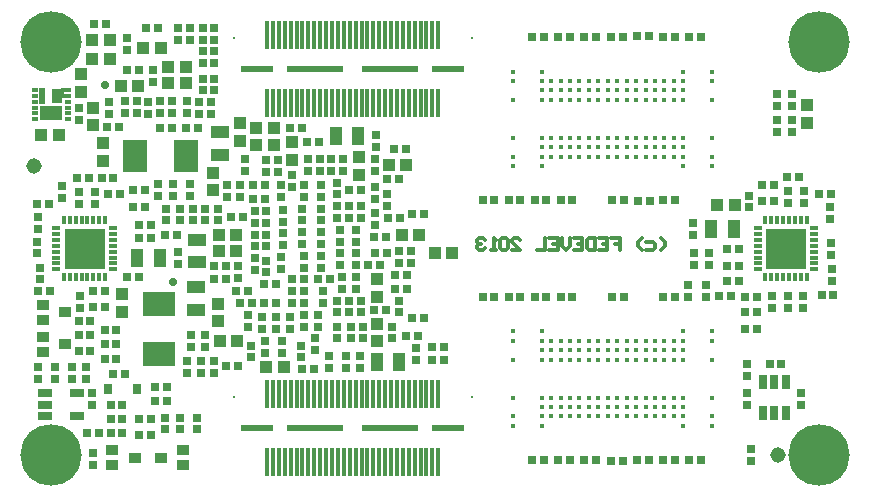
<source format=gbs>
%FSLAX44Y44*%
%MOMM*%
G71*
G01*
G75*
G04 Layer_Color=16711935*
%ADD10C,0.3500*%
%ADD11R,1.6000X3.9000*%
%ADD12R,5.2000X5.2000*%
%ADD13R,0.6000X0.2500*%
%ADD14R,0.2500X0.6000*%
%ADD15R,0.5000X0.6000*%
%ADD16R,0.2500X0.5000*%
%ADD17R,2.4000X0.8400*%
%ADD18R,3.4000X4.0000*%
%ADD19R,0.9000X0.4500*%
%ADD20R,0.6000X0.5000*%
%ADD21R,0.5000X0.5000*%
%ADD22R,0.5000X0.5000*%
%ADD23R,0.8000X0.8000*%
%ADD24R,0.7500X1.4000*%
%ADD25R,0.8000X0.8000*%
%ADD26R,1.8288X3.4290*%
%ADD27R,3.4290X1.8288*%
%ADD28R,0.9000X1.6000*%
%ADD29R,1.6000X0.9000*%
%ADD30R,1.2000X0.5800*%
%ADD31C,1.0160*%
%ADD32C,0.4000*%
%ADD33C,0.6350*%
%ADD34R,0.7000X0.9000*%
%ADD35C,0.0930*%
%ADD36C,0.3000*%
%ADD37C,0.0900*%
%ADD38C,0.2500*%
%ADD39C,0.4000*%
%ADD40C,0.1010*%
%ADD41C,0.2000*%
%ADD42C,0.5000*%
%ADD43C,0.7000*%
%ADD44C,5.0000*%
%ADD45C,0.2700*%
%ADD46C,0.4500*%
%ADD47C,0.1000*%
%ADD48C,3.6830*%
%ADD49C,0.0800*%
%ADD50C,0.6000*%
%ADD51C,0.8000*%
%ADD52C,0.0850*%
%ADD53C,1.2500*%
%ADD54R,1.9000X2.6000*%
%ADD55R,0.2800X2.2700*%
%ADD56R,2.5400X0.4300*%
%ADD57R,4.7000X0.4300*%
%ADD58R,1.3000X0.9000*%
%ADD59R,0.9000X1.3000*%
%ADD60R,0.5588X0.6858*%
%ADD61R,0.9000X0.7000*%
%ADD62R,1.8000X1.1250*%
%ADD63R,0.4800X0.2300*%
%ADD64R,0.4000X1.1900*%
%ADD65R,0.9000X1.1900*%
%ADD66R,3.3000X3.3000*%
%ADD67R,0.6000X0.2300*%
%ADD68R,0.2300X0.6000*%
%ADD69R,2.6000X1.9000*%
%ADD70R,1.0000X0.5500*%
%ADD71R,0.5500X1.0000*%
%ADD72C,0.3500*%
%ADD73C,0.2800*%
%ADD74C,0.2200*%
%ADD75C,0.4500*%
%ADD76C,0.1500*%
%ADD77C,0.2540*%
%ADD78C,0.1270*%
%ADD79R,2.4000X2.4000*%
%ADD80R,5.2508X5.2508*%
%ADD81R,0.6600X0.3100*%
%ADD82R,0.3100X0.6600*%
%ADD83R,0.7032X0.8032*%
%ADD84R,0.3900X0.6400*%
%ADD85R,2.5400X0.9800*%
%ADD86R,3.6032X4.2032*%
%ADD87R,1.1032X0.6532*%
%ADD88R,0.8032X0.7032*%
%ADD89R,0.7032X0.7032*%
%ADD90R,0.7032X0.7032*%
%ADD91R,1.0032X1.0032*%
%ADD92R,0.9532X1.6032*%
%ADD93R,1.0032X1.0032*%
%ADD94R,2.0320X3.6322*%
%ADD95R,3.6322X2.0320*%
%ADD96R,1.1032X1.8032*%
%ADD97R,1.8032X1.1032*%
%ADD98R,1.4032X0.7832*%
%ADD99C,1.3160*%
%ADD100C,0.5000*%
%ADD101C,0.7366*%
%ADD102R,0.9032X1.1032*%
%ADD103C,5.2032*%
%ADD104C,0.2032*%
%ADD105R,2.1032X2.8032*%
%ADD106R,0.3816X2.3716*%
%ADD107R,2.6924X0.5824*%
%ADD108R,4.8524X0.5824*%
%ADD109R,1.5032X1.1032*%
%ADD110R,1.1032X1.5032*%
%ADD111R,0.7112X0.8382*%
%ADD112R,1.1032X0.9032*%
%ADD113R,1.8508X1.1758*%
%ADD114R,0.6324X0.3824*%
%ADD115R,0.5524X1.3424*%
%ADD116R,0.9508X1.2408*%
%ADD117R,3.4016X3.4016*%
%ADD118R,0.7016X0.3316*%
%ADD119R,0.3316X0.7016*%
%ADD120R,2.8032X2.1032*%
%ADD121R,1.2032X0.7532*%
%ADD122R,0.7532X1.2032*%
G36*
X41000Y333000D02*
X36000D01*
Y331000D01*
X41000D01*
Y328000D01*
X33000D01*
Y336000D01*
X41000D01*
Y333000D01*
D02*
G37*
D36*
X541001Y198500D02*
X544500Y201999D01*
Y205498D01*
X541001Y208997D01*
X528755Y205498D02*
X534003D01*
X535753Y203748D01*
Y200249D01*
X534003Y198500D01*
X528755D01*
X525256D02*
X521757Y201999D01*
Y205498D01*
X525256Y208997D01*
X499015D02*
X506012D01*
Y203748D01*
X502514D01*
X506012D01*
Y198500D01*
X488518Y208997D02*
X495516D01*
Y198500D01*
X488518D01*
X495516Y203748D02*
X492017D01*
X485019Y208997D02*
Y198500D01*
X479771D01*
X478022Y200249D01*
Y207247D01*
X479771Y208997D01*
X485019D01*
X467525D02*
X474523D01*
Y198500D01*
X467525D01*
X474523Y203748D02*
X471024D01*
X464026Y208997D02*
Y201999D01*
X460527Y198500D01*
X457028Y201999D01*
Y208997D01*
X446532D02*
X453530D01*
Y198500D01*
X446532D01*
X453530Y203748D02*
X450031D01*
X443033Y208997D02*
Y198500D01*
X436035D01*
X415042D02*
X422040D01*
X415042Y205498D01*
Y207247D01*
X416791Y208997D01*
X420290D01*
X422040Y207247D01*
X411543D02*
X409794Y208997D01*
X406295D01*
X404545Y207247D01*
Y200249D01*
X406295Y198500D01*
X409794D01*
X411543Y200249D01*
Y207247D01*
X401046Y198500D02*
X397548D01*
X399297D01*
Y208997D01*
X401046Y207247D01*
X392299D02*
X390550Y208997D01*
X387051D01*
X385302Y207247D01*
Y205498D01*
X387051Y203748D01*
X388800D01*
X387051D01*
X385302Y201999D01*
Y200249D01*
X387051Y198500D01*
X390550D01*
X392299Y200249D01*
D46*
X560000Y58000D02*
D03*
X552000D02*
D03*
X544000D02*
D03*
X536000D02*
D03*
X528000D02*
D03*
X520000D02*
D03*
X512000D02*
D03*
X504000D02*
D03*
X496000D02*
D03*
X488000D02*
D03*
X480000D02*
D03*
X472000D02*
D03*
X464000D02*
D03*
X456000D02*
D03*
X448000D02*
D03*
X440000D02*
D03*
X560000Y66000D02*
D03*
X552000D02*
D03*
X544000D02*
D03*
X536000D02*
D03*
X528000D02*
D03*
X520000D02*
D03*
X512000D02*
D03*
X504000D02*
D03*
X496000D02*
D03*
X488000D02*
D03*
X480000D02*
D03*
X472000D02*
D03*
X464000D02*
D03*
X456000D02*
D03*
X448000D02*
D03*
X440000D02*
D03*
X560000Y74000D02*
D03*
X552000D02*
D03*
X544000D02*
D03*
X536000D02*
D03*
X528000D02*
D03*
X520000D02*
D03*
X512000D02*
D03*
X504000D02*
D03*
X496000D02*
D03*
X488000D02*
D03*
X480000D02*
D03*
X472000D02*
D03*
X464000D02*
D03*
X456000D02*
D03*
X448000D02*
D03*
X440000D02*
D03*
X560000Y106000D02*
D03*
X552000D02*
D03*
X544000D02*
D03*
X536000D02*
D03*
X528000D02*
D03*
X520000D02*
D03*
X512000D02*
D03*
X504000D02*
D03*
X496000D02*
D03*
X488000D02*
D03*
X480000D02*
D03*
X472000D02*
D03*
X464000D02*
D03*
X456000D02*
D03*
X448000D02*
D03*
X440000D02*
D03*
X560000Y114000D02*
D03*
X552000D02*
D03*
X544000D02*
D03*
X536000D02*
D03*
X528000D02*
D03*
X520000D02*
D03*
X512000D02*
D03*
X504000D02*
D03*
X496000D02*
D03*
X488000D02*
D03*
X480000D02*
D03*
X472000D02*
D03*
X464000D02*
D03*
X456000D02*
D03*
X448000D02*
D03*
X440000D02*
D03*
X560000Y122000D02*
D03*
X552000D02*
D03*
X544000D02*
D03*
X536000D02*
D03*
X528000D02*
D03*
X520000D02*
D03*
X512000D02*
D03*
X504000D02*
D03*
X496000D02*
D03*
X488000D02*
D03*
X480000D02*
D03*
X472000D02*
D03*
X464000D02*
D03*
X456000D02*
D03*
X448000D02*
D03*
X440000D02*
D03*
Y130000D02*
D03*
Y50000D02*
D03*
X560000D02*
D03*
Y130000D02*
D03*
X584000Y74000D02*
D03*
Y106000D02*
D03*
X416000Y74000D02*
D03*
Y106000D02*
D03*
Y130000D02*
D03*
Y122000D02*
D03*
Y50000D02*
D03*
Y58000D02*
D03*
X584000D02*
D03*
Y50000D02*
D03*
Y122000D02*
D03*
Y130000D02*
D03*
X560000Y278000D02*
D03*
X552000D02*
D03*
X544000D02*
D03*
X536000D02*
D03*
X528000D02*
D03*
X520000D02*
D03*
X512000D02*
D03*
X504000D02*
D03*
X496000D02*
D03*
X488000D02*
D03*
X480000D02*
D03*
X472000D02*
D03*
X464000D02*
D03*
X456000D02*
D03*
X448000D02*
D03*
X440000D02*
D03*
X560000Y286000D02*
D03*
X552000D02*
D03*
X544000D02*
D03*
X536000D02*
D03*
X528000D02*
D03*
X520000D02*
D03*
X512000D02*
D03*
X504000D02*
D03*
X496000D02*
D03*
X488000D02*
D03*
X480000D02*
D03*
X472000D02*
D03*
X464000D02*
D03*
X456000D02*
D03*
X448000D02*
D03*
X440000D02*
D03*
X560000Y294000D02*
D03*
X552000D02*
D03*
X544000D02*
D03*
X536000D02*
D03*
X528000D02*
D03*
X520000D02*
D03*
X512000D02*
D03*
X504000D02*
D03*
X496000D02*
D03*
X488000D02*
D03*
X480000D02*
D03*
X472000D02*
D03*
X464000D02*
D03*
X456000D02*
D03*
X448000D02*
D03*
X440000D02*
D03*
X560000Y326000D02*
D03*
X552000D02*
D03*
X544000D02*
D03*
X536000D02*
D03*
X528000D02*
D03*
X520000D02*
D03*
X512000D02*
D03*
X504000D02*
D03*
X496000D02*
D03*
X488000D02*
D03*
X480000D02*
D03*
X472000D02*
D03*
X464000D02*
D03*
X456000D02*
D03*
X448000D02*
D03*
X440000D02*
D03*
X560000Y334000D02*
D03*
X552000D02*
D03*
X544000D02*
D03*
X536000D02*
D03*
X528000D02*
D03*
X520000D02*
D03*
X512000D02*
D03*
X504000D02*
D03*
X496000D02*
D03*
X488000D02*
D03*
X480000D02*
D03*
X472000D02*
D03*
X464000D02*
D03*
X456000D02*
D03*
X448000D02*
D03*
X440000D02*
D03*
X560000Y342000D02*
D03*
X552000D02*
D03*
X544000D02*
D03*
X536000D02*
D03*
X528000D02*
D03*
X520000D02*
D03*
X512000D02*
D03*
X504000D02*
D03*
X496000D02*
D03*
X488000D02*
D03*
X480000D02*
D03*
X472000D02*
D03*
X464000D02*
D03*
X456000D02*
D03*
X448000D02*
D03*
X440000D02*
D03*
Y350000D02*
D03*
Y270000D02*
D03*
X560000D02*
D03*
Y350000D02*
D03*
X584000Y294000D02*
D03*
Y326000D02*
D03*
X416000Y294000D02*
D03*
Y326000D02*
D03*
Y350000D02*
D03*
Y342000D02*
D03*
Y270000D02*
D03*
Y278000D02*
D03*
X584000D02*
D03*
Y270000D02*
D03*
Y342000D02*
D03*
Y350000D02*
D03*
D83*
X241750Y290750D02*
D03*
X251750D02*
D03*
X109000Y42000D02*
D03*
X99000D02*
D03*
X83000Y246000D02*
D03*
X73000D02*
D03*
X77500Y260000D02*
D03*
X67500D02*
D03*
X70000Y119000D02*
D03*
X80000D02*
D03*
X315000Y284000D02*
D03*
X325000D02*
D03*
X499000Y20000D02*
D03*
X509000D02*
D03*
X340000Y141000D02*
D03*
X330000D02*
D03*
X532000Y240000D02*
D03*
X522000D02*
D03*
X183000Y101000D02*
D03*
X173000D02*
D03*
Y185000D02*
D03*
X163000D02*
D03*
X187000Y227000D02*
D03*
X177000D02*
D03*
X80000Y131000D02*
D03*
X70000D02*
D03*
X77000Y94000D02*
D03*
X87000D02*
D03*
X80000Y107000D02*
D03*
X70000D02*
D03*
X633000Y102000D02*
D03*
X643000D02*
D03*
X85000Y68000D02*
D03*
X75000D02*
D03*
X72000Y303000D02*
D03*
X82000D02*
D03*
X85000Y44000D02*
D03*
X75000D02*
D03*
X121000Y212000D02*
D03*
X131000D02*
D03*
X60000Y164000D02*
D03*
X70000D02*
D03*
Y151000D02*
D03*
X60000D02*
D03*
X55000Y44000D02*
D03*
X65000D02*
D03*
X48000Y127000D02*
D03*
X58000D02*
D03*
Y139000D02*
D03*
X48000D02*
D03*
X104000Y250000D02*
D03*
X94000D02*
D03*
X612000Y146000D02*
D03*
X622000D02*
D03*
Y159000D02*
D03*
X612000D02*
D03*
X57000Y260000D02*
D03*
X47000D02*
D03*
X627000Y240000D02*
D03*
X637000D02*
D03*
X627000Y254000D02*
D03*
X637000D02*
D03*
X648000Y261000D02*
D03*
X658000D02*
D03*
X590000Y160000D02*
D03*
X600000D02*
D03*
X612000Y132000D02*
D03*
X622000D02*
D03*
X531000Y380000D02*
D03*
X521000D02*
D03*
X109000Y56000D02*
D03*
X99000D02*
D03*
X123000Y71000D02*
D03*
X113000D02*
D03*
Y83000D02*
D03*
X123000D02*
D03*
X85000Y56000D02*
D03*
X75000D02*
D03*
X58000Y113000D02*
D03*
X48000D02*
D03*
D88*
X155000Y127000D02*
D03*
Y117000D02*
D03*
X134000Y47000D02*
D03*
Y57000D02*
D03*
X652000Y321000D02*
D03*
Y331000D02*
D03*
Y309000D02*
D03*
Y299000D02*
D03*
X206000Y112000D02*
D03*
Y122000D02*
D03*
X166000Y224000D02*
D03*
Y234000D02*
D03*
X248000Y124000D02*
D03*
Y114000D02*
D03*
X274000Y109000D02*
D03*
Y99000D02*
D03*
X236000Y118000D02*
D03*
Y108000D02*
D03*
X334000Y116000D02*
D03*
Y106000D02*
D03*
X189000Y266000D02*
D03*
Y276000D02*
D03*
X54000Y90000D02*
D03*
Y100000D02*
D03*
X121000Y47000D02*
D03*
Y57000D02*
D03*
X614000Y102000D02*
D03*
Y92000D02*
D03*
X617000Y20000D02*
D03*
Y30000D02*
D03*
X220000Y112000D02*
D03*
Y122000D02*
D03*
X14000Y90000D02*
D03*
Y100000D02*
D03*
X28000D02*
D03*
Y90000D02*
D03*
X42000Y90000D02*
D03*
Y100000D02*
D03*
X300000Y286000D02*
D03*
Y296000D02*
D03*
X286000Y109000D02*
D03*
Y99000D02*
D03*
X140000Y105000D02*
D03*
Y95000D02*
D03*
X260000Y109000D02*
D03*
Y99000D02*
D03*
X143000Y117000D02*
D03*
Y127000D02*
D03*
X185000Y254000D02*
D03*
Y244000D02*
D03*
X74000Y324000D02*
D03*
Y314000D02*
D03*
X132000Y187000D02*
D03*
Y197000D02*
D03*
X134000Y234000D02*
D03*
Y224000D02*
D03*
X14000Y217000D02*
D03*
Y227000D02*
D03*
X15000Y184000D02*
D03*
Y174000D02*
D03*
X62000Y248000D02*
D03*
Y238000D02*
D03*
X49000Y150000D02*
D03*
Y160000D02*
D03*
X122000Y224000D02*
D03*
Y234000D02*
D03*
X115000Y245000D02*
D03*
Y255000D02*
D03*
X34000Y253000D02*
D03*
Y243000D02*
D03*
X568000Y212000D02*
D03*
Y222000D02*
D03*
X569000Y186000D02*
D03*
Y196000D02*
D03*
X564000Y169000D02*
D03*
Y159000D02*
D03*
X684000Y225000D02*
D03*
Y235000D02*
D03*
X686000Y183000D02*
D03*
Y173000D02*
D03*
X635000Y160000D02*
D03*
Y150000D02*
D03*
X649000Y239000D02*
D03*
Y249000D02*
D03*
X582000Y186000D02*
D03*
Y196000D02*
D03*
X579000Y159000D02*
D03*
Y169000D02*
D03*
X661000Y160000D02*
D03*
Y150000D02*
D03*
X152000Y105000D02*
D03*
Y95000D02*
D03*
X128000Y245000D02*
D03*
Y255000D02*
D03*
X142000D02*
D03*
Y245000D02*
D03*
X649000Y160000D02*
D03*
Y150000D02*
D03*
X48000Y238000D02*
D03*
Y248000D02*
D03*
X662000Y239000D02*
D03*
Y249000D02*
D03*
X60000Y27000D02*
D03*
Y17000D02*
D03*
X148000Y57000D02*
D03*
Y47000D02*
D03*
D89*
X531000Y21000D02*
D03*
X521000D02*
D03*
X335000Y126000D02*
D03*
X325000D02*
D03*
X237000Y98000D02*
D03*
X247000D02*
D03*
X500000Y159000D02*
D03*
X510000D02*
D03*
X357000Y117000D02*
D03*
X347000D02*
D03*
X510000Y241000D02*
D03*
X500000D02*
D03*
X442000Y21000D02*
D03*
X432000D02*
D03*
X486000D02*
D03*
X476000D02*
D03*
X454000D02*
D03*
X464000D02*
D03*
X543000D02*
D03*
X553000D02*
D03*
X565000Y379000D02*
D03*
X575000D02*
D03*
X454000D02*
D03*
X464000D02*
D03*
X442000D02*
D03*
X432000D02*
D03*
X553000D02*
D03*
X543000D02*
D03*
X486000D02*
D03*
X476000D02*
D03*
X390000Y241000D02*
D03*
X400000D02*
D03*
X565000Y21000D02*
D03*
X575000D02*
D03*
X553000Y159000D02*
D03*
X543000D02*
D03*
X422000D02*
D03*
X412000D02*
D03*
X456000D02*
D03*
X466000D02*
D03*
X444000D02*
D03*
X434000D02*
D03*
X390000D02*
D03*
X400000D02*
D03*
X422000Y241000D02*
D03*
X412000D02*
D03*
X456000D02*
D03*
X466000D02*
D03*
X444000D02*
D03*
X434000D02*
D03*
X553000D02*
D03*
X543000D02*
D03*
X239000Y154000D02*
D03*
X229000D02*
D03*
X197000Y212000D02*
D03*
X207000D02*
D03*
X237000Y302000D02*
D03*
X227000D02*
D03*
X191000Y164000D02*
D03*
X181000D02*
D03*
X185000Y154000D02*
D03*
X195000D02*
D03*
X173000Y174000D02*
D03*
X163000D02*
D03*
X261000D02*
D03*
X251000D02*
D03*
X197000Y202000D02*
D03*
X207000D02*
D03*
X239000Y174000D02*
D03*
X229000D02*
D03*
X293000Y186000D02*
D03*
X303000D02*
D03*
X308000Y148000D02*
D03*
X298000D02*
D03*
X299000Y196000D02*
D03*
X309000D02*
D03*
X277000Y226000D02*
D03*
X287000D02*
D03*
X308000Y210000D02*
D03*
X298000D02*
D03*
X277000Y250000D02*
D03*
X287000D02*
D03*
X287000Y236000D02*
D03*
X277000D02*
D03*
X207000Y265000D02*
D03*
X217000D02*
D03*
X217000Y275000D02*
D03*
X207000D02*
D03*
X239000Y164000D02*
D03*
X229000D02*
D03*
X215000Y170000D02*
D03*
X205000D02*
D03*
X215000Y154000D02*
D03*
X205000D02*
D03*
X196000Y254000D02*
D03*
X206000D02*
D03*
X197000Y232000D02*
D03*
X207000D02*
D03*
X316000Y166000D02*
D03*
X326000D02*
D03*
X316000Y178000D02*
D03*
X326000D02*
D03*
X207000Y222000D02*
D03*
X197000D02*
D03*
X196000Y242000D02*
D03*
X206000D02*
D03*
X319000Y259000D02*
D03*
X309000D02*
D03*
X310000Y226000D02*
D03*
X320000D02*
D03*
X329000Y188000D02*
D03*
X319000D02*
D03*
Y198000D02*
D03*
X329000D02*
D03*
X340000Y229000D02*
D03*
X330000D02*
D03*
X149000Y302000D02*
D03*
X139000D02*
D03*
X127000D02*
D03*
X117000D02*
D03*
X71000Y390000D02*
D03*
X61000D02*
D03*
X89000Y351000D02*
D03*
X99000D02*
D03*
X153000Y357000D02*
D03*
X163000D02*
D03*
X163000Y344000D02*
D03*
X153000D02*
D03*
X153000Y367000D02*
D03*
X163000D02*
D03*
X97000Y315000D02*
D03*
X87000D02*
D03*
X97000Y325000D02*
D03*
X87000D02*
D03*
X153000Y334000D02*
D03*
X163000D02*
D03*
X99000Y176000D02*
D03*
X89000D02*
D03*
X109000Y220000D02*
D03*
X99000D02*
D03*
X24000Y164000D02*
D03*
X14000D02*
D03*
X23000Y238000D02*
D03*
X13000D02*
D03*
X99000Y209000D02*
D03*
X109000D02*
D03*
X104000Y235000D02*
D03*
X94000D02*
D03*
X607000Y185000D02*
D03*
X597000D02*
D03*
X685000Y246000D02*
D03*
X675000D02*
D03*
X687000Y161000D02*
D03*
X677000D02*
D03*
X597000Y200000D02*
D03*
X607000D02*
D03*
Y173000D02*
D03*
X597000D02*
D03*
X509000Y379000D02*
D03*
X499000D02*
D03*
X347000Y106000D02*
D03*
X357000D02*
D03*
X155000Y224000D02*
D03*
X145000D02*
D03*
X155000Y234000D02*
D03*
X145000D02*
D03*
X105000Y387000D02*
D03*
X115000D02*
D03*
D90*
X215000Y142000D02*
D03*
Y132000D02*
D03*
X203000D02*
D03*
Y142000D02*
D03*
X197000Y192000D02*
D03*
Y182000D02*
D03*
X239000Y144000D02*
D03*
Y134000D02*
D03*
X267000Y124000D02*
D03*
Y134000D02*
D03*
X313000D02*
D03*
Y124000D02*
D03*
X660000Y68000D02*
D03*
Y78000D02*
D03*
X614000D02*
D03*
Y68000D02*
D03*
X59000Y78000D02*
D03*
Y68000D02*
D03*
X255000Y164000D02*
D03*
Y154000D02*
D03*
X221000Y203000D02*
D03*
Y213000D02*
D03*
X237000Y214000D02*
D03*
Y204000D02*
D03*
X253000Y214000D02*
D03*
Y204000D02*
D03*
X269000Y216000D02*
D03*
Y206000D02*
D03*
X283000D02*
D03*
Y216000D02*
D03*
X253000Y194000D02*
D03*
Y184000D02*
D03*
X219000Y183000D02*
D03*
Y193000D02*
D03*
X239000Y194000D02*
D03*
Y184000D02*
D03*
X283000Y196000D02*
D03*
Y186000D02*
D03*
X267000Y156000D02*
D03*
Y146000D02*
D03*
X277000D02*
D03*
Y156000D02*
D03*
X287000D02*
D03*
Y146000D02*
D03*
X299000Y220000D02*
D03*
Y230000D02*
D03*
X283000Y166000D02*
D03*
Y176000D02*
D03*
X271000D02*
D03*
Y166000D02*
D03*
X267000Y236000D02*
D03*
Y226000D02*
D03*
X219000Y254000D02*
D03*
Y244000D02*
D03*
X237000Y234000D02*
D03*
Y224000D02*
D03*
X253000D02*
D03*
Y234000D02*
D03*
X221000Y223000D02*
D03*
Y233000D02*
D03*
X267000Y246000D02*
D03*
Y256000D02*
D03*
X229000Y262000D02*
D03*
Y252000D02*
D03*
X253000Y254000D02*
D03*
Y244000D02*
D03*
X239000D02*
D03*
Y254000D02*
D03*
X269000Y196000D02*
D03*
Y186000D02*
D03*
X183000Y175000D02*
D03*
Y185000D02*
D03*
X207000Y180000D02*
D03*
Y190000D02*
D03*
X262000Y276000D02*
D03*
Y266000D02*
D03*
X279000Y134000D02*
D03*
Y124000D02*
D03*
X252000Y276000D02*
D03*
Y266000D02*
D03*
X251000Y144000D02*
D03*
Y134000D02*
D03*
X191000D02*
D03*
Y144000D02*
D03*
X174000Y244000D02*
D03*
Y254000D02*
D03*
X272000Y266000D02*
D03*
Y276000D02*
D03*
X309000Y246000D02*
D03*
Y236000D02*
D03*
X299000Y252000D02*
D03*
Y242000D02*
D03*
Y266000D02*
D03*
Y276000D02*
D03*
X319000Y146000D02*
D03*
Y156000D02*
D03*
X289000Y124000D02*
D03*
Y134000D02*
D03*
X242000Y266000D02*
D03*
Y276000D02*
D03*
X227000Y142000D02*
D03*
Y132000D02*
D03*
X48000Y309000D02*
D03*
Y319000D02*
D03*
X107000Y324000D02*
D03*
Y314000D02*
D03*
X89000Y378000D02*
D03*
Y368000D02*
D03*
X153000Y387000D02*
D03*
Y377000D02*
D03*
X160000Y314000D02*
D03*
Y324000D02*
D03*
X140000Y325000D02*
D03*
Y315000D02*
D03*
X127000D02*
D03*
Y325000D02*
D03*
X142000Y387000D02*
D03*
Y377000D02*
D03*
X117000Y315000D02*
D03*
Y325000D02*
D03*
X163000Y387000D02*
D03*
Y377000D02*
D03*
X150000Y324000D02*
D03*
Y314000D02*
D03*
X13000Y196000D02*
D03*
Y206000D02*
D03*
X616000Y235000D02*
D03*
Y245000D02*
D03*
X685000Y195000D02*
D03*
Y205000D02*
D03*
X111000Y341000D02*
D03*
Y351000D02*
D03*
X639000Y321000D02*
D03*
Y331000D02*
D03*
Y309000D02*
D03*
Y299000D02*
D03*
X194000Y108000D02*
D03*
Y118000D02*
D03*
X163000Y95000D02*
D03*
Y105000D02*
D03*
X132000Y387000D02*
D03*
Y377000D02*
D03*
D91*
X166500Y212000D02*
D03*
X181500D02*
D03*
X321500D02*
D03*
X336500D02*
D03*
X181500Y198000D02*
D03*
X166500D02*
D03*
X198500Y288000D02*
D03*
X213500D02*
D03*
X182500Y122000D02*
D03*
X167500D02*
D03*
X364500Y196000D02*
D03*
X349500D02*
D03*
X310500Y271000D02*
D03*
X325500D02*
D03*
X31500Y296000D02*
D03*
X16500D02*
D03*
X59500Y377000D02*
D03*
X74500D02*
D03*
X138500Y354000D02*
D03*
X123500D02*
D03*
X138500Y340000D02*
D03*
X123500D02*
D03*
X83500Y338000D02*
D03*
X98500D02*
D03*
X213500Y302000D02*
D03*
X198500D02*
D03*
X588500Y237000D02*
D03*
X603500D02*
D03*
X206500Y100000D02*
D03*
X221500D02*
D03*
X74500Y361000D02*
D03*
X59500D02*
D03*
X117500Y370000D02*
D03*
X102500D02*
D03*
D93*
X229000Y290500D02*
D03*
Y275500D02*
D03*
X166000Y153500D02*
D03*
Y138500D02*
D03*
X301000Y121500D02*
D03*
Y136500D02*
D03*
Y159500D02*
D03*
Y174500D02*
D03*
X162000Y249500D02*
D03*
Y264500D02*
D03*
X285000Y262500D02*
D03*
Y277500D02*
D03*
X50000Y332500D02*
D03*
Y347500D02*
D03*
X85000Y161500D02*
D03*
Y146500D02*
D03*
X185000Y306500D02*
D03*
Y291500D02*
D03*
X69000Y274500D02*
D03*
Y289500D02*
D03*
X665000Y321500D02*
D03*
Y306500D02*
D03*
X60000Y319500D02*
D03*
Y304500D02*
D03*
D99*
X10000Y270000D02*
D03*
X640000Y25000D02*
D03*
D101*
X70000Y339000D02*
D03*
X128000Y172000D02*
D03*
D103*
X675000Y375000D02*
D03*
Y25000D02*
D03*
X25000D02*
D03*
Y375000D02*
D03*
D104*
X380650Y74700D02*
D03*
X179350D02*
D03*
X380650Y378700D02*
D03*
X179350D02*
D03*
D105*
X96000Y278500D02*
D03*
X139000D02*
D03*
D106*
X352500Y19300D02*
D03*
X347500D02*
D03*
X342500D02*
D03*
X337500D02*
D03*
X332500D02*
D03*
X327500D02*
D03*
X322500D02*
D03*
X317500D02*
D03*
X312500D02*
D03*
X307500D02*
D03*
X302500D02*
D03*
X297500D02*
D03*
X292500D02*
D03*
X287500D02*
D03*
X282500D02*
D03*
X277500D02*
D03*
X272500D02*
D03*
X267500D02*
D03*
X262500D02*
D03*
X257500D02*
D03*
X252500D02*
D03*
X247500D02*
D03*
X242500D02*
D03*
X237500D02*
D03*
X232500D02*
D03*
X227500D02*
D03*
X222500D02*
D03*
X217500D02*
D03*
X212500D02*
D03*
X207500D02*
D03*
X352500Y76700D02*
D03*
X347500D02*
D03*
X342500D02*
D03*
X337500D02*
D03*
X332500D02*
D03*
X327500D02*
D03*
X322500D02*
D03*
X317500D02*
D03*
X312500D02*
D03*
X307500D02*
D03*
X302500D02*
D03*
X297500D02*
D03*
X292500D02*
D03*
X287500D02*
D03*
X282500D02*
D03*
X277500D02*
D03*
X272500D02*
D03*
X267500D02*
D03*
X262500D02*
D03*
X257500D02*
D03*
X252500D02*
D03*
X247500D02*
D03*
X242500D02*
D03*
X237500D02*
D03*
X232500D02*
D03*
X227500D02*
D03*
X222500D02*
D03*
X217500D02*
D03*
X212500D02*
D03*
X207500D02*
D03*
X352500Y323300D02*
D03*
X347500D02*
D03*
X342500D02*
D03*
X337500D02*
D03*
X332500D02*
D03*
X327500D02*
D03*
X322500D02*
D03*
X317500D02*
D03*
X312500D02*
D03*
X307500D02*
D03*
X302500D02*
D03*
X297500D02*
D03*
X292500D02*
D03*
X287500D02*
D03*
X282500D02*
D03*
X277500D02*
D03*
X272500D02*
D03*
X267500D02*
D03*
X262500D02*
D03*
X257500D02*
D03*
X252500D02*
D03*
X247500D02*
D03*
X242500D02*
D03*
X237500D02*
D03*
X232500D02*
D03*
X227500D02*
D03*
X222500D02*
D03*
X217500D02*
D03*
X212500D02*
D03*
X207500D02*
D03*
X352500Y380700D02*
D03*
X347500D02*
D03*
X342500D02*
D03*
X337500D02*
D03*
X332500D02*
D03*
X327500D02*
D03*
X322500D02*
D03*
X317500D02*
D03*
X312500D02*
D03*
X307500D02*
D03*
X302500D02*
D03*
X297500D02*
D03*
X292500D02*
D03*
X287500D02*
D03*
X282500D02*
D03*
X277500D02*
D03*
X272500D02*
D03*
X267500D02*
D03*
X262500D02*
D03*
X257500D02*
D03*
X252500D02*
D03*
X247500D02*
D03*
X242500D02*
D03*
X237500D02*
D03*
X232500D02*
D03*
X227500D02*
D03*
X222500D02*
D03*
X217500D02*
D03*
X212500D02*
D03*
X207500D02*
D03*
D107*
X360650Y48000D02*
D03*
X199350D02*
D03*
X360650Y352000D02*
D03*
X199350D02*
D03*
D108*
X311750Y48000D02*
D03*
X248250D02*
D03*
X311750Y352000D02*
D03*
X248250D02*
D03*
D109*
X148000Y207500D02*
D03*
Y188500D02*
D03*
X147000Y167500D02*
D03*
Y148500D02*
D03*
X168000Y279500D02*
D03*
Y298500D02*
D03*
D110*
X319500Y104000D02*
D03*
X300500D02*
D03*
X265500Y295000D02*
D03*
X284500D02*
D03*
X97500Y192000D02*
D03*
X116500D02*
D03*
X583500Y217000D02*
D03*
X602500D02*
D03*
D111*
X97192Y81000D02*
D03*
X72808D02*
D03*
D112*
X76500Y16500D02*
D03*
Y29500D02*
D03*
X95500Y23000D02*
D03*
X17500Y139500D02*
D03*
Y152500D02*
D03*
X36500Y146000D02*
D03*
X17500Y112500D02*
D03*
Y125500D02*
D03*
X36500Y119000D02*
D03*
X136500Y29500D02*
D03*
Y16500D02*
D03*
X117500Y23000D02*
D03*
D113*
X25000Y315015D02*
D03*
D114*
X38600Y334500D02*
D03*
Y329500D02*
D03*
Y324500D02*
D03*
Y319500D02*
D03*
Y314500D02*
D03*
Y309500D02*
D03*
X11400Y334500D02*
D03*
Y329500D02*
D03*
Y324500D02*
D03*
Y319500D02*
D03*
Y314500D02*
D03*
Y309500D02*
D03*
D115*
X17300Y329300D02*
D03*
D116*
X29500D02*
D03*
D117*
X53000Y200000D02*
D03*
X647000D02*
D03*
D118*
X77000Y217500D02*
D03*
Y212500D02*
D03*
Y207500D02*
D03*
Y202500D02*
D03*
Y197500D02*
D03*
Y192500D02*
D03*
Y187500D02*
D03*
Y182500D02*
D03*
X29000D02*
D03*
Y187500D02*
D03*
Y192500D02*
D03*
Y197500D02*
D03*
Y202500D02*
D03*
Y207500D02*
D03*
Y212500D02*
D03*
Y217500D02*
D03*
X623000Y182500D02*
D03*
Y187500D02*
D03*
Y192500D02*
D03*
Y197500D02*
D03*
Y202500D02*
D03*
Y207500D02*
D03*
Y212500D02*
D03*
Y217500D02*
D03*
X671000D02*
D03*
Y212500D02*
D03*
Y207500D02*
D03*
Y202500D02*
D03*
Y197500D02*
D03*
Y192500D02*
D03*
Y187500D02*
D03*
Y182500D02*
D03*
D119*
X70500Y176000D02*
D03*
X65500D02*
D03*
X60500D02*
D03*
X55500D02*
D03*
X50500D02*
D03*
X45500D02*
D03*
X40500D02*
D03*
X35500D02*
D03*
Y224000D02*
D03*
X40500D02*
D03*
X45500D02*
D03*
X50500D02*
D03*
X55500D02*
D03*
X60500D02*
D03*
X65500D02*
D03*
X70500D02*
D03*
X629500D02*
D03*
X634500D02*
D03*
X639500D02*
D03*
X644500D02*
D03*
X649500D02*
D03*
X654500D02*
D03*
X659500D02*
D03*
X664500D02*
D03*
Y176000D02*
D03*
X659500D02*
D03*
X654500D02*
D03*
X649500D02*
D03*
X644500D02*
D03*
X639500D02*
D03*
X634500D02*
D03*
X629500D02*
D03*
D120*
X116000Y153500D02*
D03*
Y110500D02*
D03*
D121*
X46500Y77500D02*
D03*
Y58500D02*
D03*
X19500Y77500D02*
D03*
Y68000D02*
D03*
Y58500D02*
D03*
D122*
X646500Y60500D02*
D03*
X637000D02*
D03*
X627500D02*
D03*
X646500Y87500D02*
D03*
X627500D02*
D03*
X637000D02*
D03*
M02*

</source>
